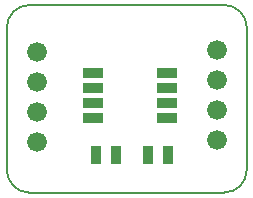
<source format=gbr>
%FSLAX23Y23*%
%MOIN*%
G04 EasyPC Gerber Version 18.0.1 Build 3581 *
%ADD90R,0.03600X0.05900*%
%ADD14C,0.00500*%
%ADD82C,0.06600*%
%ADD96R,0.06978X0.03238*%
X0Y0D02*
D02*
D14*
X870Y650D02*
G75*
G02X945Y575J-75D01*
G01*
Y100*
G75*
G02X870Y25I-75*
G01*
X220*
G75*
G02X145Y100J75*
G01*
Y575*
G75*
G02X220Y650I75*
G01*
X870*
D02*
D82*
X245Y195D03*
Y295D03*
Y395D03*
Y495D03*
X845Y200D03*
Y300D03*
Y400D03*
Y500D03*
D02*
D90*
X441Y150D03*
X509D03*
X615D03*
X684D03*
D02*
D96*
X432Y275D03*
Y325D03*
Y375D03*
Y425D03*
X678Y275D03*
Y325D03*
Y375D03*
Y425D03*
X0Y0D02*
M02*

</source>
